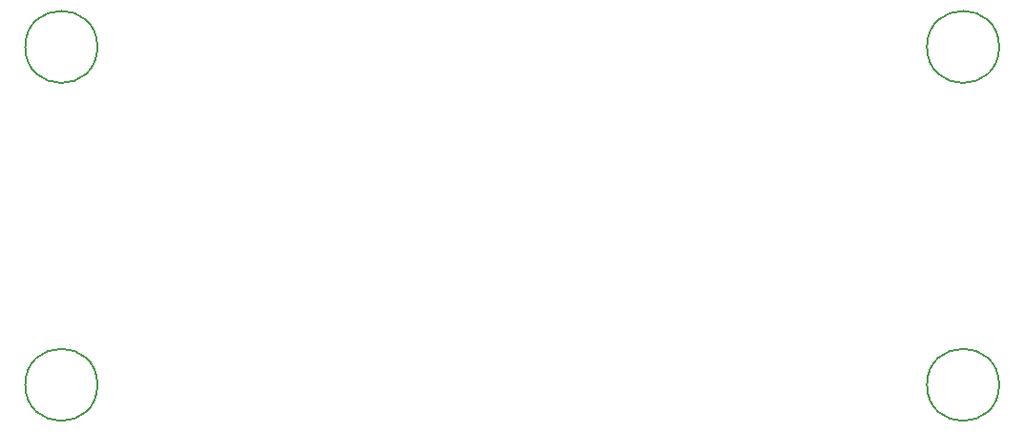
<source format=gbr>
%TF.GenerationSoftware,KiCad,Pcbnew,7.0.9-7.0.9~ubuntu22.04.1*%
%TF.CreationDate,2023-12-20T21:39:59+00:00*%
%TF.ProjectId,green_uv_led_pcb,67726565-6e5f-4757-965f-6c65645f7063,rev?*%
%TF.SameCoordinates,Original*%
%TF.FileFunction,Other,Comment*%
%FSLAX46Y46*%
G04 Gerber Fmt 4.6, Leading zero omitted, Abs format (unit mm)*
G04 Created by KiCad (PCBNEW 7.0.9-7.0.9~ubuntu22.04.1) date 2023-12-20 21:39:59*
%MOMM*%
%LPD*%
G01*
G04 APERTURE LIST*
%ADD10C,0.150000*%
G04 APERTURE END LIST*
D10*
%TO.C,H2*%
X183200000Y-68000000D02*
G75*
G03*
X183200000Y-68000000I-3200000J0D01*
G01*
%TO.C,H3*%
X103200000Y-98000000D02*
G75*
G03*
X103200000Y-98000000I-3200000J0D01*
G01*
%TO.C,H4*%
X183200000Y-98000000D02*
G75*
G03*
X183200000Y-98000000I-3200000J0D01*
G01*
%TO.C,H1*%
X103200000Y-68000000D02*
G75*
G03*
X103200000Y-68000000I-3200000J0D01*
G01*
%TD*%
M02*

</source>
